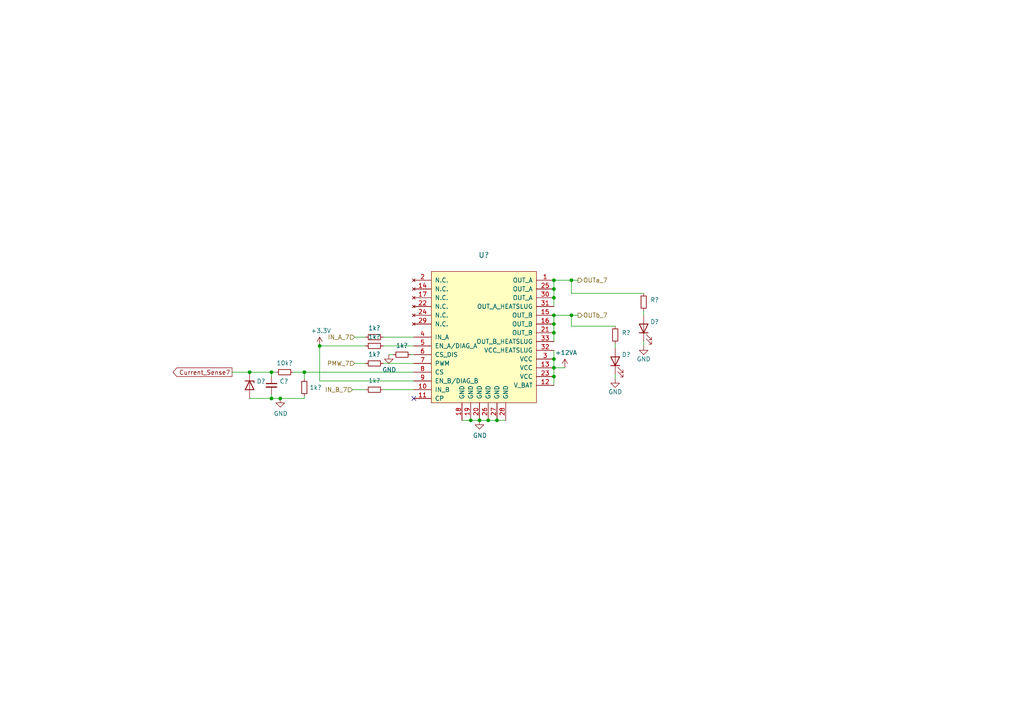
<source format=kicad_sch>
(kicad_sch (version 20211123) (generator eeschema)
  (paper "A4")
  (title_block (title "ArmBoard_Hardware") (date "2021-10-15") (rev "0") (company "Mars Rover Design Team") (comment 1 "Drawn By: Patrick Simoni / Tyler Lunyou"))
  (lib_symbols
    (symbol "Device:C_Small" (pin_numbers hide) (pin_names (offset 0.254) hide)
      (property "Reference" "C" (at 0.254 1.778 0))
      (property "Value" "C_Small" (at 0.254 -2.032 0))
      (symbol "C_Small_0_1"
        (polyline (pts (xy -1.524 -0.508) (xy 1.524 -0.508)) (stroke (width 0.3302)))
        (polyline (pts (xy -1.524 0.508) (xy 1.524 0.508)) (stroke (width 0.3048)))
      )
      (symbol "C_Small_1_1"
        (pin passive line (at 0 2.54 270) (length 2.032) (name "~") (number "1"))
        (pin passive line (at 0 -2.54 90) (length 2.032) (name "~") (number "2"))
      )
    )
    (symbol "Device:D_Zener" (pin_numbers hide) (pin_names (offset 1.016) hide)
      (property "Reference" "D" (at 0 2.54 0))
      (property "Value" "D_Zener" (at 0 -2.54 0))
      (symbol "D_Zener_0_1"
        (polyline (pts (xy 1.27 0) (xy -1.27 0)))
        (polyline (pts (xy -1.27 -1.27) (xy -1.27 1.27) (xy -0.762 1.27)) (stroke (width 0.254)))
        (polyline (pts (xy 1.27 -1.27) (xy 1.27 1.27) (xy -1.27 0) (xy 1.27 -1.27)) (stroke (width 0.254)))
      )
      (symbol "D_Zener_1_1"
        (pin passive line (at -3.81 0 0) (length 2.54) (name "K") (number "1"))
        (pin passive line (at 3.81 0 180) (length 2.54) (name "A") (number "2"))
      )
    )
    (symbol "Device:LED" (pin_numbers hide) (pin_names (offset 1.016) hide)
      (property "Reference" "D" (at 0 2.54 0))
      (property "Value" "LED" (at 0 -2.54 0))
      (symbol "LED_0_1"
        (polyline (pts (xy -1.27 -1.27) (xy -1.27 1.27)) (stroke (width 0.254)))
        (polyline (pts (xy -1.27 0) (xy 1.27 0)))
        (polyline (pts (xy 1.27 -1.27) (xy 1.27 1.27) (xy -1.27 0) (xy 1.27 -1.27)) (stroke (width 0.254)))
        (polyline (pts (xy -3.048 -0.762) (xy -4.572 -2.286) (xy -3.81 -2.286) (xy -4.572 -2.286) (xy -4.572 -1.524)))
        (polyline (pts (xy -1.778 -0.762) (xy -3.302 -2.286) (xy -2.54 -2.286) (xy -3.302 -2.286) (xy -3.302 -1.524)))
      )
      (symbol "LED_1_1"
        (pin passive line (at -3.81 0 0) (length 2.54) (name "K") (number "1"))
        (pin passive line (at 3.81 0 180) (length 2.54) (name "A") (number "2"))
      )
    )
    (symbol "Device:R_Small" (pin_numbers hide) (pin_names (offset 0.254) hide)
      (property "Reference" "R" (at 0.762 0.508 0))
      (property "Value" "R_Small" (at 0.762 -1.016 0))
      (symbol "R_Small_0_1"
        (rectangle (start -0.762 1.778) (end 0.762 -1.778) (stroke (width 0.2032)))
      )
      (symbol "R_Small_1_1"
        (pin passive line (at 0 2.54 270) (length 0.762) (name "~") (number "1"))
        (pin passive line (at 0 -2.54 90) (length 0.762) (name "~") (number "2"))
      )
    )
    (symbol "MRDT_ICs:VNH5019A_E" (pin_names (offset 1.016))
      (property "Reference" "U" (at 1.27 -1.27 0))
      (property "Value" "VNH5019A_E" (at 15.24 36.83 0))
      (symbol "VNH5019A_E_1_1"
        (rectangle (start 0 38.1) (end 30.48 0) (fill (type background)))
        (pin input line (at 35.56 35.56 180) (length 5.08) (name "OUT_A") (number "1"))
        (pin input line (at -5.08 3.81 0) (length 5.08) (name "IN_B") (number "10"))
        (pin input line (at -5.08 1.27 0) (length 5.08) (name "CP") (number "11"))
        (pin power_in line (at 35.56 5.08 180) (length 5.08) (name "V_BAT") (number "12"))
        (pin power_in line (at 35.56 10.16 180) (length 5.08) (name "VCC") (number "13"))
        (pin no_connect line (at -5.08 33.02 0) (length 5.08) (name "N.C.") (number "14"))
        (pin input line (at 35.56 25.4 180) (length 5.08) (name "OUT_B") (number "15"))
        (pin input line (at 35.56 22.86 180) (length 5.08) (name "OUT_B") (number "16"))
        (pin no_connect line (at -5.08 30.48 0) (length 5.08) (name "N.C.") (number "17"))
        (pin input line (at 8.89 -5.08 90) (length 5.08) (name "GND") (number "18"))
        (pin input line (at 11.43 -5.08 90) (length 5.08) (name "GND") (number "19"))
        (pin no_connect line (at -5.08 35.56 0) (length 5.08) (name "N.C.") (number "2"))
        (pin input line (at 13.97 -5.08 90) (length 5.08) (name "GND") (number "20"))
        (pin input line (at 35.56 20.32 180) (length 5.08) (name "OUT_B") (number "21"))
        (pin no_connect line (at -5.08 27.94 0) (length 5.08) (name "N.C.") (number "22"))
        (pin input line (at 35.56 7.62 180) (length 5.08) (name "VCC") (number "23"))
        (pin no_connect line (at -5.08 25.4 0) (length 5.08) (name "N.C.") (number "24"))
        (pin input line (at 35.56 33.02 180) (length 5.08) (name "OUT_A") (number "25"))
        (pin input line (at 16.51 -5.08 90) (length 5.08) (name "GND") (number "26"))
        (pin input line (at 19.05 -5.08 90) (length 5.08) (name "GND") (number "27"))
        (pin input line (at 21.59 -5.08 90) (length 5.08) (name "GND") (number "28"))
        (pin no_connect line (at -5.08 22.86 0) (length 5.08) (name "N.C.") (number "29"))
        (pin power_in line (at 35.56 12.7 180) (length 5.08) (name "VCC") (number "3"))
        (pin input line (at 35.56 30.48 180) (length 5.08) (name "OUT_A") (number "30"))
        (pin input line (at 35.56 27.94 180) (length 5.08) (name "OUT_A_HEATSLUG") (number "31"))
        (pin input line (at 35.56 15.24 180) (length 5.08) (name "VCC_HEATSLUG") (number "32"))
        (pin input line (at 35.56 17.78 180) (length 5.08) (name "OUT_B_HEATSLUG") (number "33"))
        (pin input line (at -5.08 19.05 0) (length 5.08) (name "IN_A") (number "4"))
        (pin input line (at -5.08 16.51 0) (length 5.08) (name "EN_A/DIAG_A") (number "5"))
        (pin input line (at -5.08 13.97 0) (length 5.08) (name "CS_DIS") (number "6"))
        (pin input line (at -5.08 11.43 0) (length 5.08) (name "PWM") (number "7"))
        (pin input line (at -5.08 8.89 0) (length 5.08) (name "CS") (number "8"))
        (pin input line (at -5.08 6.35 0) (length 5.08) (name "EN_B/DIAG_B") (number "9"))
      )
    )
    (symbol "power:+12VA" (power) (pin_names (offset 0))
      (property "Value" "+12VA" (at 0 3.556 0))
      (symbol "+12VA_0_1"
        (polyline (pts (xy -0.762 1.27) (xy 0 2.54)))
        (polyline (pts (xy 0 0) (xy 0 2.54)))
        (polyline (pts (xy 0 2.54) (xy 0.762 1.27)))
      )
      (symbol "+12VA_1_1"
        (pin power_in line (at 0 0 90) (length 0) hide (name "+12VA") (number "1"))
      )
    )
    (symbol "power:+3.3V" (power) (pin_names (offset 0))
      (property "Value" "+3.3V" (at 0 3.556 0))
      (symbol "+3.3V_0_1"
        (polyline (pts (xy -0.762 1.27) (xy 0 2.54)))
        (polyline (pts (xy 0 0) (xy 0 2.54)))
        (polyline (pts (xy 0 2.54) (xy 0.762 1.27)))
      )
      (symbol "+3.3V_1_1"
        (pin power_in line (at 0 0 90) (length 0) hide (name "+3.3V") (number "1"))
      )
    )
    (symbol "power:GND" (power) (pin_names (offset 0))
      (property "Value" "GND" (at 0 -3.81 0))
      (symbol "GND_0_1"
        (polyline (pts (xy 0 0) (xy 0 -1.27) (xy 1.27 -1.27) (xy 0 -2.54) (xy -1.27 -1.27) (xy 0 -1.27)))
      )
      (symbol "GND_1_1"
        (pin power_in line (at 0 0 270) (length 0) hide (name "GND") (number "1"))
      )
    )
  )
  (junction (at 88.265 107.95))
  (junction (at 81.28 115.57))
  (junction (at 141.605 121.92))
  (junction (at 144.145 121.92))
  (junction (at 160.655 109.22))
  (junction (at 160.655 104.14))
  (junction (at 165.735 91.44))
  (junction (at 136.525 121.92))
  (junction (at 160.655 96.52))
  (junction (at 78.74 107.95))
  (junction (at 160.655 86.36))
  (junction (at 160.655 106.68))
  (junction (at 72.39 107.95))
  (junction (at 78.74 115.57))
  (junction (at 160.655 81.28))
  (junction (at 160.655 83.82))
  (junction (at 139.065 121.92))
  (junction (at 160.655 93.98))
  (junction (at 165.735 81.28))
  (junction (at 160.655 91.44))
  (junction (at 92.71 100.33))
  (no_connect (at 120.015 115.57))
  (wire (pts (xy 111.125 113.03) (xy 120.015 113.03)))
  (wire (pts (xy 111.125 97.79) (xy 120.015 97.79)))
  (wire (pts (xy 78.74 109.22) (xy 78.74 107.95)))
  (wire (pts (xy 78.74 115.57) (xy 81.28 115.57)))
  (wire (pts (xy 165.735 91.44) (xy 165.735 94.615)))
  (wire (pts (xy 78.74 115.57) (xy 78.74 114.3)))
  (wire (pts (xy 160.655 86.36) (xy 160.655 88.9)))
  (wire (pts (xy 72.39 115.57) (xy 78.74 115.57)))
  (wire (pts (xy 112.776 102.87) (xy 114.046 102.87)))
  (wire (pts (xy 165.735 85.09) (xy 186.69 85.09)))
  (wire (pts (xy 160.655 91.44) (xy 165.735 91.44)))
  (wire (pts (xy 186.69 90.17) (xy 186.69 91.44)))
  (wire (pts (xy 141.605 121.92) (xy 139.065 121.92)))
  (wire (pts (xy 160.655 81.28) (xy 165.735 81.28)))
  (wire (pts (xy 106.045 100.33) (xy 92.71 100.33)))
  (wire (pts (xy 136.525 121.92) (xy 139.065 121.92)))
  (wire (pts (xy 186.69 99.06) (xy 186.69 100.33)))
  (wire (pts (xy 160.655 101.6) (xy 160.655 104.14)))
  (wire (pts (xy 160.655 91.44) (xy 160.655 93.98)))
  (wire (pts (xy 119.126 102.87) (xy 120.015 102.87)))
  (wire (pts (xy 102.87 97.79) (xy 106.045 97.79)))
  (wire (pts (xy 160.655 96.52) (xy 160.655 99.06)))
  (wire (pts (xy 160.655 81.28) (xy 160.655 83.82)))
  (wire (pts (xy 160.655 104.14) (xy 160.655 106.68)))
  (wire (pts (xy 111.125 105.41) (xy 120.015 105.41)))
  (wire (pts (xy 120.015 110.49) (xy 92.71 110.49)))
  (wire (pts (xy 120.015 100.33) (xy 111.125 100.33)))
  (wire (pts (xy 81.28 115.57) (xy 88.265 115.57)))
  (wire (pts (xy 88.265 115.57) (xy 88.265 114.935)))
  (wire (pts (xy 102.235 113.03) (xy 106.045 113.03)))
  (wire (pts (xy 165.735 81.28) (xy 167.64 81.28)))
  (wire (pts (xy 165.735 81.28) (xy 165.735 85.09)))
  (wire (pts (xy 178.435 99.695) (xy 178.435 100.965)))
  (wire (pts (xy 88.265 107.95) (xy 85.09 107.95)))
  (wire (pts (xy 72.39 107.95) (xy 67.31 107.95)))
  (wire (pts (xy 160.655 106.68) (xy 163.83 106.68)))
  (wire (pts (xy 106.045 105.41) (xy 102.87 105.41)))
  (wire (pts (xy 178.435 108.585) (xy 178.435 109.855)))
  (wire (pts (xy 88.265 109.855) (xy 88.265 107.95)))
  (wire (pts (xy 78.74 107.95) (xy 80.01 107.95)))
  (wire (pts (xy 160.655 106.68) (xy 160.655 109.22)))
  (wire (pts (xy 133.985 121.92) (xy 136.525 121.92)))
  (wire (pts (xy 160.655 111.76) (xy 160.655 109.22)))
  (wire (pts (xy 160.655 93.98) (xy 160.655 96.52)))
  (wire (pts (xy 160.655 86.36) (xy 160.655 83.82)))
  (wire (pts (xy 144.145 121.92) (xy 146.685 121.92)))
  (wire (pts (xy 120.015 107.95) (xy 88.265 107.95)))
  (wire (pts (xy 165.735 91.44) (xy 167.64 91.44)))
  (wire (pts (xy 78.74 107.95) (xy 72.39 107.95)))
  (wire (pts (xy 141.605 121.92) (xy 144.145 121.92)))
  (wire (pts (xy 165.735 94.615) (xy 178.435 94.615)))
  (wire (pts (xy 92.71 100.33) (xy 92.71 110.49)))
  (global_label "Current_Sense7" (shape output) (at 67.31 107.95 180) (property "Intersheet References" "${INTERSHEET_REFS}" (effects hide)))
  (hierarchical_label "OUTa_7" (shape output) (at 167.64 81.28 0))
  (hierarchical_label "IN_B_7" (shape input) (at 102.235 113.03 180))
  (hierarchical_label "IN_A_7" (shape input) (at 102.87 97.79 180))
  (hierarchical_label "OUTb_7" (shape output) (at 167.64 91.44 0))
  (hierarchical_label "PMW_7" (shape input) (at 102.87 105.41 180))
  (symbol (lib_id "power:GND") (at 112.776 102.87 0) (unit 1)
    (property "Reference" "#PWR?" (effects hide))
  )
  (symbol (lib_id "Device:R_Small") (at 116.586 102.87 270) (unit 1)
    (property "Reference" "1k?" (at 116.586 100.2284 90))
  )
  (symbol (lib_id "power:GND") (at 178.435 109.855 0) (unit 1)
    (property "Reference" "#PWR?" (effects hide))
  )
  (symbol (lib_id "Device:R_Small") (at 178.435 97.155 0) (unit 1)
    (property "Reference" "R?" (at 181.61 96.52 0))
  )
  (symbol (lib_id "power:GND") (at 186.69 100.33 0) (unit 1)
    (property "Reference" "#PWR?" (effects hide))
  )
  (symbol (lib_id "power:GND") (at 81.28 115.57 0) (unit 1)
    (property "Reference" "#PWR?" (effects hide))
  )
  (symbol (lib_id "Device:C_Small") (at 78.74 111.76 0) (unit 1)
    (property "Reference" "C?" (at 81.0768 110.5916 0) (effects (justify left)))
  )
  (symbol (lib_id "Device:D_Zener") (at 72.39 111.76 270) (unit 1)
    (property "Reference" "D?" (at 74.422 110.5916 90) (effects (justify left)))
  )
  (symbol (lib_id "Device:R_Small") (at 88.265 112.395 0) (unit 1)
    (property "Reference" "1k?" (at 89.7636 112.395 0) (effects (justify left)))
  )
  (symbol (lib_id "MRDT_ICs:VNH5019A_E") (at 125.095 116.84 0) (unit 1)
    (property "Reference" "U?" (at 140.335 73.9902 0) (effects (font (size 1.524 1.524))))
  )
  (symbol (lib_id "power:GND") (at 139.065 121.92 0) (unit 1)
    (property "Reference" "#PWR?" (effects hide))
  )
  (symbol (lib_id "power:+12VA") (at 163.83 106.68 0) (unit 1)
    (property "Reference" "#PWR?" (effects hide))
  )
  (symbol (lib_id "Device:R_Small") (at 108.585 105.41 270) (unit 1)
    (property "Reference" "1k?" (at 108.585 102.7684 90))
  )
  (symbol (lib_id "Device:R_Small") (at 108.585 100.33 270) (unit 1)
    (property "Reference" "1k?" (at 108.585 97.6884 90))
  )
  (symbol (lib_id "power:+3.3V") (at 92.71 100.33 0) (unit 1)
    (property "Reference" "#PWR?" (effects hide))
  )
  (symbol (lib_id "Device:R_Small") (at 108.585 113.03 270) (unit 1)
    (property "Reference" "1k?" (at 108.585 110.3884 90))
  )
  (symbol (lib_id "Device:R_Small") (at 82.55 107.95 270) (unit 1)
    (property "Reference" "10k?" (at 82.55 105.3084 90))
  )
  (symbol (lib_id "Device:R_Small") (at 108.585 97.79 270) (unit 1)
    (property "Reference" "1k?" (at 108.585 95.1484 90))
  )
  (symbol (lib_id "Device:LED") (at 186.69 95.25 90) (unit 1)
    (property "Reference" "D?" (at 189.865 93.345 90))
  )
  (symbol (lib_id "Device:R_Small") (at 186.69 87.63 0) (unit 1)
    (property "Reference" "R?" (at 189.865 86.995 0))
  )
  (symbol (lib_id "Device:LED") (at 178.435 104.775 90) (unit 1)
    (property "Reference" "D?" (at 181.61 102.87 90))
  )
)
</source>
